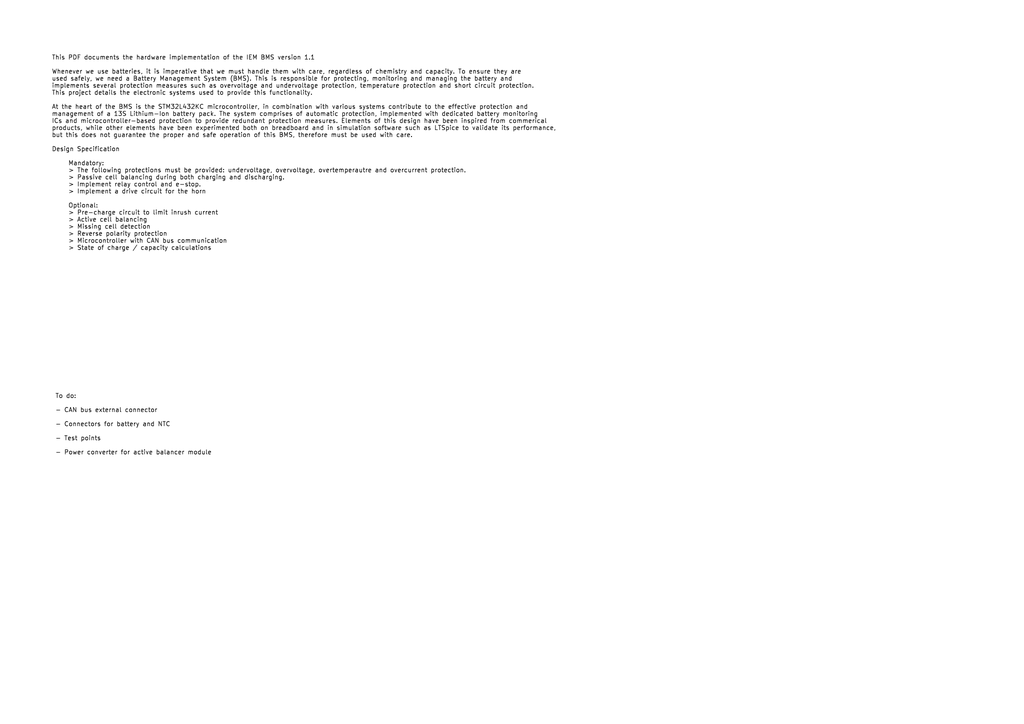
<source format=kicad_sch>
(kicad_sch
	(version 20250114)
	(generator "eeschema")
	(generator_version "9.0")
	(uuid "e5f35354-676a-4242-a794-88c4297a3720")
	(paper "A4")
	(title_block
		(title "IEM - Battery Management System")
		(date "2025-01-13")
		(rev "Rev 1.2")
		(company "Imperial Eco Marathon")
		(comment 1 "Designed by Anthony Ng")
		(comment 2 "Reviewed by ")
	)
	(lib_symbols)
	(text "This PDF documents the hardware implementation of the IEM BMS version 1.1 \n\nWhenever we use batteries, it is imperative that we must handle them with care, regardless of chemistry and capacity. To ensure they are\nused safely, we need a Battery Management System (BMS). This is responsible for protecting, monitoring and managing the battery and \nimplements several protection measures such as overvoltage and undervoltage protection, temperature protection and short circuit protection. \nThis project details the electronic systems used to provide this functionality.\n\nAt the heart of the BMS is the STM32L432KC microcontroller, in combination with various systems contribute to the effective protection and\nmanagement of a 13S Lithium-Ion battery pack. The system comprises of automatic protection, implemented with dedicated battery monitoring \nICs and microcontroller-based protection to provide redundant protection measures. Elements of this design have been inspired from commerical\nproducts, while other elements have been experimented both on breadboard and in simulation software such as LTSpice to validate its performance, \nbut this does not guarantee the proper and safe operation of this BMS, therefore must be used with care. \n\nDesign Specification\n\n	Mandatory:\n	> The following protections must be provided: undervoltage, overvoltage, overtemperautre and overcurrent protection. \n	> Passive cell balancing during both charging and discharging.\n	> Implement relay control and e-stop.\n	> Implement a drive circuit for the horn\n\n	Optional:\n	> Pre-charge circuit to limit inrush current\n	> Active cell balancing\n	> Missing cell detection\n	> Reverse polarity protection\n	> Microcontroller with CAN bus communication\n	> State of charge / capacity calculations"
		(exclude_from_sim no)
		(at 14.986 44.45 0)
		(effects
			(font
				(size 1.27 1.27)
				(color 0 0 0 1)
			)
			(justify left)
		)
		(uuid "f2b97c6c-e0b9-412c-8b6b-d9386f51ad1e")
	)
	(text "To do:\n\n- CAN bus external connector\n\n- Connectors for battery and NTC\n\n- Test points\n\n- Power converter for active balancer module"
		(exclude_from_sim no)
		(at 16.002 123.19 0)
		(effects
			(font
				(size 1.27 1.27)
				(color 0 0 0 1)
			)
			(justify left)
		)
		(uuid "fccbcb30-5434-4891-9073-c06ac7155e28")
	)
	(sheet
		(at 571.5 482.6)
		(size 12.7 12.7)
		(exclude_from_sim no)
		(in_bom yes)
		(on_board yes)
		(dnp no)
		(fields_autoplaced yes)
		(stroke
			(width 0.1524)
			(type solid)
		)
		(fill
			(color 0 0 0 0.0000)
		)
		(uuid "1cfbbb18-603d-430f-b4b3-59c2370a5e6f")
		(property "Sheetname" "BMS Protection Implementation"
			(at 571.5 481.8884 0)
			(effects
				(font
					(size 1.27 1.27)
				)
				(justify left bottom)
			)
		)
		(property "Sheetfile" "Protection.kicad_sch"
			(at 571.5 495.8846 0)
			(effects
				(font
					(size 1.27 1.27)
				)
				(justify left top)
			)
		)
		(instances
			(project "BMS - PCB Files"
				(path "/e5f35354-676a-4242-a794-88c4297a3720"
					(page "9")
				)
			)
		)
	)
	(sheet
		(at 571.5 431.8)
		(size 12.7 12.7)
		(exclude_from_sim no)
		(in_bom yes)
		(on_board yes)
		(dnp no)
		(fields_autoplaced yes)
		(stroke
			(width 0.1524)
			(type solid)
		)
		(fill
			(color 0 0 0 0.0000)
		)
		(uuid "3f79bd74-cc53-4e74-9a32-401468106666")
		(property "Sheetname" "STM32L432KC"
			(at 571.5 431.0884 0)
			(effects
				(font
					(size 1.27 1.27)
				)
				(justify left bottom)
			)
		)
		(property "Sheetfile" "STM32L432KC.kicad_sch"
			(at 571.5 445.0846 0)
			(effects
				(font
					(size 1.27 1.27)
				)
				(justify left top)
			)
		)
		(instances
			(project "BMS - PCB Files"
				(path "/e5f35354-676a-4242-a794-88c4297a3720"
					(page "5")
				)
			)
		)
	)
	(sheet
		(at 546.1 431.8)
		(size 12.7 12.7)
		(exclude_from_sim no)
		(in_bom yes)
		(on_board yes)
		(dnp no)
		(fields_autoplaced yes)
		(stroke
			(width 0.1524)
			(type solid)
		)
		(fill
			(color 0 0 0 0.0000)
		)
		(uuid "7c7bd350-3582-4e56-998e-df5ec1413be4")
		(property "Sheetname" "Core Protection"
			(at 546.1 431.0884 0)
			(effects
				(font
					(size 1.27 1.27)
				)
				(justify left bottom)
			)
		)
		(property "Sheetfile" "AutoProtect.kicad_sch"
			(at 546.1 445.0846 0)
			(effects
				(font
					(size 1.27 1.27)
				)
				(justify left top)
			)
		)
		(instances
			(project "BMS - PCB Files"
				(path "/e5f35354-676a-4242-a794-88c4297a3720"
					(page "3")
				)
			)
		)
	)
	(sheet
		(at 546.1 482.6)
		(size 12.7 12.7)
		(exclude_from_sim no)
		(in_bom yes)
		(on_board yes)
		(dnp no)
		(fields_autoplaced yes)
		(stroke
			(width 0.1524)
			(type solid)
		)
		(fill
			(color 0 0 0 0.0000)
		)
		(uuid "8f4566ac-9634-4b0d-ba8d-c70fd01c4be9")
		(property "Sheetname" "Block Diagram"
			(at 546.1 481.8884 0)
			(effects
				(font
					(size 1.27 1.27)
				)
				(justify left bottom)
			)
		)
		(property "Sheetfile" "Block_Diagram.kicad_sch"
			(at 546.1 495.8846 0)
			(effects
				(font
					(size 1.27 1.27)
				)
				(justify left top)
			)
		)
		(instances
			(project "BMS - PCB Files"
				(path "/e5f35354-676a-4242-a794-88c4297a3720"
					(page "2")
				)
			)
		)
	)
	(sheet
		(at 520.7 457.2)
		(size 12.7 12.7)
		(exclude_from_sim no)
		(in_bom yes)
		(on_board yes)
		(dnp no)
		(fields_autoplaced yes)
		(stroke
			(width 0.1524)
			(type solid)
		)
		(fill
			(color 0 0 0 0.0000)
		)
		(uuid "a4abdd7d-fe13-4199-b5c2-d7d1f401443d")
		(property "Sheetname" "Balancing"
			(at 520.7 456.4884 0)
			(effects
				(font
					(size 1.27 1.27)
				)
				(justify left bottom)
			)
		)
		(property "Sheetfile" "Balancing.kicad_sch"
			(at 520.7 470.4846 0)
			(effects
				(font
					(size 1.27 1.27)
				)
				(justify left top)
			)
		)
		(instances
			(project "BMS - PCB Files"
				(path "/e5f35354-676a-4242-a794-88c4297a3720"
					(page "10")
				)
			)
		)
	)
	(sheet
		(at 520.7 431.8)
		(size 12.7 12.7)
		(exclude_from_sim no)
		(in_bom yes)
		(on_board yes)
		(dnp no)
		(fields_autoplaced yes)
		(stroke
			(width 0.1524)
			(type solid)
		)
		(fill
			(color 0 0 0 0.0000)
		)
		(uuid "aa28a040-6959-43af-ae23-a047642dabfc")
		(property "Sheetname" "Temperature Protection"
			(at 520.7 431.0884 0)
			(effects
				(font
					(size 1.27 1.27)
				)
				(justify left bottom)
			)
		)
		(property "Sheetfile" "TH_Protect.kicad_sch"
			(at 520.7 445.0846 0)
			(effects
				(font
					(size 1.27 1.27)
				)
				(justify left top)
			)
		)
		(instances
			(project "BMS - PCB Files"
				(path "/e5f35354-676a-4242-a794-88c4297a3720"
					(page "4")
				)
			)
		)
	)
	(sheet
		(at 546.1 457.2)
		(size 12.7 12.7)
		(exclude_from_sim no)
		(in_bom yes)
		(on_board yes)
		(dnp no)
		(fields_autoplaced yes)
		(stroke
			(width 0.1524)
			(type solid)
		)
		(fill
			(color 0 0 0 0.0000)
		)
		(uuid "ab74a8a1-aca9-4d6f-985c-52d70662b4fe")
		(property "Sheetname" "Communication Devices"
			(at 546.1 456.4884 0)
			(effects
				(font
					(size 1.27 1.27)
				)
				(justify left bottom)
			)
		)
		(property "Sheetfile" "Communications.kicad_sch"
			(at 546.1 470.4846 0)
			(effects
				(font
					(size 1.27 1.27)
				)
				(justify left top)
			)
		)
		(instances
			(project "BMS - PCB Files"
				(path "/e5f35354-676a-4242-a794-88c4297a3720"
					(page "7")
				)
			)
		)
	)
	(sheet
		(at 571.5 457.2)
		(size 12.7 12.7)
		(exclude_from_sim no)
		(in_bom yes)
		(on_board yes)
		(dnp no)
		(fields_autoplaced yes)
		(stroke
			(width 0.1524)
			(type solid)
		)
		(fill
			(color 0 0 0 0.0000)
		)
		(uuid "bbb4f03e-9211-4843-9983-fc4b44e7035e")
		(property "Sheetname" "Power Conversion"
			(at 571.5 456.4884 0)
			(effects
				(font
					(size 1.27 1.27)
				)
				(justify left bottom)
			)
		)
		(property "Sheetfile" "PowerConversion.kicad_sch"
			(at 571.5 470.4846 0)
			(effects
				(font
					(size 1.27 1.27)
				)
				(justify left top)
			)
		)
		(instances
			(project "BMS - PCB Files"
				(path "/e5f35354-676a-4242-a794-88c4297a3720"
					(page "8")
				)
			)
		)
	)
	(sheet
		(at 520.7 482.6)
		(size 12.7 12.7)
		(exclude_from_sim no)
		(in_bom yes)
		(on_board yes)
		(dnp no)
		(fields_autoplaced yes)
		(stroke
			(width 0.1524)
			(type solid)
		)
		(fill
			(color 0 0 0 0.0000)
		)
		(uuid "ed01bd9b-a070-467a-ba14-9abbad24be9d")
		(property "Sheetname" "Current Measuring"
			(at 520.7 481.8884 0)
			(effects
				(font
					(size 1.27 1.27)
				)
				(justify left bottom)
			)
		)
		(property "Sheetfile" "Current_Measure.kicad_sch"
			(at 520.7 495.8846 0)
			(effects
				(font
					(size 1.27 1.27)
				)
				(justify left top)
			)
		)
		(instances
			(project "BMS - PCB Files"
				(path "/e5f35354-676a-4242-a794-88c4297a3720"
					(page "6")
				)
			)
		)
	)
	(sheet_instances
		(path "/"
			(page "1")
		)
	)
	(embedded_fonts no)
)

</source>
